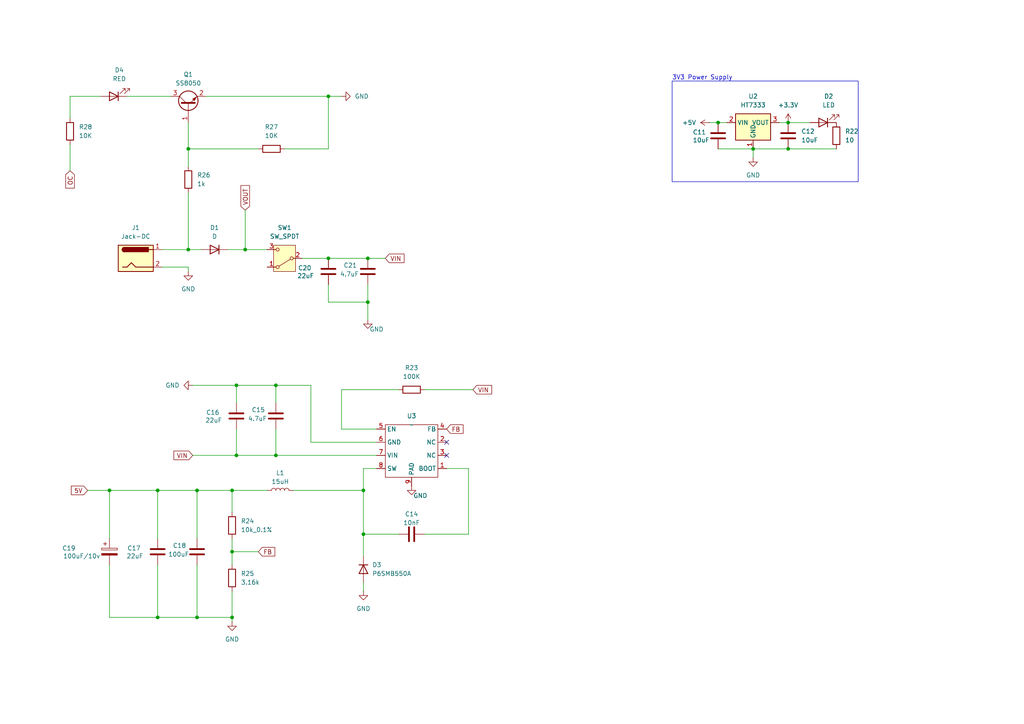
<source format=kicad_sch>
(kicad_sch (version 20250114) (generator "eeschema") (generator_version "9.0")
  (paper "A4")
  (lib_symbols
    (symbol "Connector:Jack-DC" (pin_names (offset 1.016))
      (property "Reference" "J" (at 0 5.334 0))
      (property "Value" "Jack-DC" (at 0 -5.08 0))
      (symbol "Jack-DC_0_1"
        (rectangle (start -5.08 3.81) (end 5.08 -3.81) (stroke (width 0.254)) (fill (type background)))
        (polyline (pts (xy -3.81 -2.54) (xy -2.54 -2.54) (xy -1.27 -1.27) (xy 0 -2.54) (xy 2.54 -2.54) (xy 5.08 -2.54)) (stroke (width 0.254)))
        (arc (start -3.302 1.905) (mid -3.9343 2.54) (end -3.302 3.175) (stroke (width 0.254)))
        (arc (start -3.302 1.905) (mid -3.9343 2.54) (end -3.302 3.175) (stroke (width 0.254)) (fill (type outline)))
        (rectangle (start 3.683 3.175) (end -3.302 1.905) (stroke (width 0.254)) (fill (type outline)))
        (polyline (pts (xy 5.08 2.54) (xy 3.81 2.54)) (stroke (width 0.254)))
      )
      (symbol "Jack-DC_1_1"
        (pin passive line (at 7.62 2.54 180) (length 2.54) (name "~") (number "1"))
        (pin passive line (at 7.62 -2.54 180) (length 2.54) (name "~") (number "2"))
      )
    )
    (symbol "Device:C" (pin_numbers (hide yes)) (pin_names (offset 0.254))
      (property "Reference" "C" (at 0.635 2.54 0))
      (property "Value" "C" (at 0.635 -2.54 0))
      (symbol "C_0_1"
        (polyline (pts (xy -2.032 0.762) (xy 2.032 0.762)) (stroke (width 0.508)))
        (polyline (pts (xy -2.032 -0.762) (xy 2.032 -0.762)) (stroke (width 0.508)))
      )
      (symbol "C_1_1"
        (pin passive line (at 0 3.81 270) (length 2.794) (name "~") (number "1"))
        (pin passive line (at 0 -3.81 90) (length 2.794) (name "~") (number "2"))
      )
    )
    (symbol "Device:C_Polarized" (pin_numbers (hide yes)) (pin_names (offset 0.254))
      (property "Reference" "C" (at 0.635 2.54 0))
      (property "Value" "C_Polarized" (at 0.635 -2.54 0))
      (symbol "C_Polarized_0_1"
        (rectangle (start -2.286 0.508) (end 2.286 1.016))
        (polyline (pts (xy -1.778 2.286) (xy -0.762 2.286)))
        (polyline (pts (xy -1.27 2.794) (xy -1.27 1.778)))
        (rectangle (start 2.286 -0.508) (end -2.286 -1.016) (fill (type outline)))
      )
      (symbol "C_Polarized_1_1"
        (pin passive line (at 0 3.81 270) (length 2.794) (name "~") (number "1"))
        (pin passive line (at 0 -3.81 90) (length 2.794) (name "~") (number "2"))
      )
    )
    (symbol "Device:D" (pin_numbers (hide yes)) (pin_names (offset 1.016) (hide yes))
      (property "Reference" "D" (at 0 2.54 0))
      (property "Value" "D" (at 0 -2.54 0))
      (symbol "D_0_1"
        (polyline (pts (xy -1.27 1.27) (xy -1.27 -1.27)) (stroke (width 0.254)))
        (polyline (pts (xy 1.27 1.27) (xy 1.27 -1.27) (xy -1.27 0) (xy 1.27 1.27)) (stroke (width 0.254)))
        (polyline (pts (xy 1.27 0) (xy -1.27 0)))
      )
      (symbol "D_1_1"
        (pin passive line (at -3.81 0 0) (length 2.54) (name "K") (number "1"))
        (pin passive line (at 3.81 0 180) (length 2.54) (name "A") (number "2"))
      )
    )
    (symbol "Device:L" (pin_numbers (hide yes)) (pin_names (offset 1.016) (hide yes))
      (property "Reference" "L" (at -1.27 0 90))
      (property "Value" "L" (at 1.905 0 90))
      (symbol "L_0_1"
        (arc (start 0 2.54) (mid 0.6323 1.905) (end 0 1.27))
        (arc (start 0 1.27) (mid 0.6323 0.635) (end 0 0))
        (arc (start 0 0) (mid 0.6323 -0.635) (end 0 -1.27))
        (arc (start 0 -1.27) (mid 0.6323 -1.905) (end 0 -2.54))
      )
      (symbol "L_1_1"
        (pin passive line (at 0 3.81 270) (length 1.27) (name "1") (number "1"))
        (pin passive line (at 0 -3.81 90) (length 1.27) (name "2") (number "2"))
      )
    )
    (symbol "Device:LED" (pin_numbers (hide yes)) (pin_names (offset 1.016) (hide yes))
      (property "Reference" "D" (at 0 2.54 0))
      (property "Value" "LED" (at 0 -2.54 0))
      (symbol "LED_0_1"
        (polyline (pts (xy -3.048 -0.762) (xy -4.572 -2.286) (xy -3.81 -2.286) (xy -4.572 -2.286) (xy -4.572 -1.524)))
        (polyline (pts (xy -1.778 -0.762) (xy -3.302 -2.286) (xy -2.54 -2.286) (xy -3.302 -2.286) (xy -3.302 -1.524)))
        (polyline (pts (xy -1.27 0) (xy 1.27 0)))
        (polyline (pts (xy -1.27 -1.27) (xy -1.27 1.27)) (stroke (width 0.254)))
        (polyline (pts (xy 1.27 -1.27) (xy 1.27 1.27) (xy -1.27 0) (xy 1.27 -1.27)) (stroke (width 0.254)))
      )
      (symbol "LED_1_1"
        (pin passive line (at -3.81 0 0) (length 2.54) (name "K") (number "1"))
        (pin passive line (at 3.81 0 180) (length 2.54) (name "A") (number "2"))
      )
    )
    (symbol "Device:R" (pin_numbers (hide yes)) (pin_names (offset 0))
      (property "Reference" "R" (at 2.032 0 90))
      (property "Value" "R" (at 0 0 90))
      (symbol "R_0_1"
        (rectangle (start -1.016 -2.54) (end 1.016 2.54) (stroke (width 0.254)))
      )
      (symbol "R_1_1"
        (pin passive line (at 0 3.81 270) (length 1.27) (name "~") (number "1"))
        (pin passive line (at 0 -3.81 90) (length 1.27) (name "~") (number "2"))
      )
    )
    (symbol "Regulator_Linear:HT75xx-1-SOT89"
      (property "Reference" "U" (at -5.08 -3.81 0))
      (property "Value" "HT75xx-1-SOT89" (at 0 6.35 0))
      (symbol "HT75xx-1-SOT89_0_1"
        (rectangle (start -5.08 5.08) (end 5.08 -2.54) (stroke (width 0.254)) (fill (type background)))
      )
      (symbol "HT75xx-1-SOT89_1_1"
        (pin power_in line (at -7.62 2.54 0) (length 2.54) (name "VIN") (number "2"))
        (pin power_in line (at 0 -5.08 90) (length 2.54) (name "GND") (number "1"))
        (pin power_out line (at 7.62 2.54 180) (length 2.54) (name "VOUT") (number "3"))
      )
    )
    (symbol "Switch:SW_SPDT" (pin_names (offset 0) (hide yes))
      (property "Reference" "SW" (at 0 5.08 0))
      (property "Value" "SW_SPDT" (at 0 -5.08 0))
      (symbol "SW_SPDT_0_1"
        (circle (center -2.032 0) (radius 0.4572))
        (polyline (pts (xy -1.651 0.254) (xy 1.651 2.286)))
        (circle (center 2.032 2.54) (radius 0.4572))
        (circle (center 2.032 -2.54) (radius 0.4572))
      )
      (symbol "SW_SPDT_1_1"
        (rectangle (start -3.175 3.81) (end 3.175 -3.81) (fill (type background)))
        (pin passive line (at -5.08 0 0) (length 2.54) (name "B") (number "2"))
        (pin passive line (at 5.08 2.54 180) (length 2.54) (name "A") (number "1"))
        (pin passive line (at 5.08 -2.54 180) (length 2.54) (name "C") (number "3"))
      )
    )
    (symbol "Transistor_BJT:SS8050" (pin_names (offset 0) (hide yes))
      (property "Reference" "Q" (at 5.08 1.905 0))
      (property "Value" "SS8050" (at 5.08 0 0))
      (symbol "SS8050_0_1"
        (polyline (pts (xy -2.54 0) (xy 0.635 0)))
        (polyline (pts (xy 0.635 1.905) (xy 0.635 -1.905)) (stroke (width 0.508)))
        (circle (center 1.27 0) (radius 2.8194) (stroke (width 0.254)))
      )
      (symbol "SS8050_1_1"
        (polyline (pts (xy 0.635 0.635) (xy 2.54 2.54)))
        (polyline (pts (xy 0.635 -0.635) (xy 2.54 -2.54)))
        (polyline (pts (xy 1.27 -1.778) (xy 1.778 -1.27) (xy 2.286 -2.286) (xy 1.27 -1.778)) (fill (type outline)))
        (pin input line (at -5.08 0 0) (length 2.54) (name "B") (number "1"))
        (pin passive line (at 2.54 5.08 270) (length 2.54) (name "C") (number "3"))
        (pin passive line (at 2.54 -5.08 90) (length 2.54) (name "E") (number "2"))
      )
    )
    (symbol "power:+3.3V" (power) (pin_numbers (hide yes)) (pin_names (offset 0) (hide yes))
      (property "Value" "+3.3V" (at 0 3.556 0))
      (symbol "+3.3V_0_1"
        (polyline (pts (xy -0.762 1.27) (xy 0 2.54)))
        (polyline (pts (xy 0 2.54) (xy 0.762 1.27)))
        (polyline (pts (xy 0 0) (xy 0 2.54)))
      )
      (symbol "+3.3V_1_1"
        (pin power_in line (at 0 0 90) (length 0) (name "~") (number "1"))
      )
    )
    (symbol "power:+5V" (power) (pin_numbers (hide yes)) (pin_names (offset 0) (hide yes))
      (property "Value" "+5V" (at 0 3.556 0))
      (symbol "+5V_0_1"
        (polyline (pts (xy -0.762 1.27) (xy 0 2.54)))
        (polyline (pts (xy 0 2.54) (xy 0.762 1.27)))
        (polyline (pts (xy 0 0) (xy 0 2.54)))
      )
      (symbol "+5V_1_1"
        (pin power_in line (at 0 0 90) (length 0) (name "~") (number "1"))
      )
    )
    (symbol "power:GND" (power) (pin_numbers (hide yes)) (pin_names (offset 0) (hide yes))
      (property "Value" "GND" (at 0 -3.81 0))
      (symbol "GND_0_1"
        (polyline (pts (xy 0 0) (xy 0 -1.27) (xy 1.27 -1.27) (xy 0 -2.54) (xy -1.27 -1.27) (xy 0 -1.27)))
      )
      (symbol "GND_1_1"
        (pin power_in line (at 0 0 270) (length 0) (name "~") (number "1"))
      )
    )
    (symbol "pro_lib:RT8289GSP"
      (property "Reference" "U3" (at 0 10.16 0))
      (property "Value" "~" (at 0 7.62 0))
      (symbol "RT8289GSP_0_1"
        (rectangle (start -7.62 7.62) (end 7.62 -7.62))
      )
      (symbol "RT8289GSP_1_1"
        (pin bidirectional line (at -10.16 6.35 0) (length 2.54) (name "EN") (number "5"))
        (pin bidirectional line (at -10.16 2.54 0) (length 2.54) (name "GND") (number "6"))
        (pin bidirectional line (at -10.16 -1.27 0) (length 2.54) (name "VIN") (number "7"))
        (pin bidirectional line (at -10.16 -5.08 0) (length 2.54) (name "SW") (number "8"))
        (pin passive line (at 0 -10.16 90) (length 2.54) (name "PAD") (number "9"))
        (pin passive line (at 10.16 6.35 180) (length 2.54) (name "FB") (number "4"))
        (pin bidirectional line (at 10.16 2.54 180) (length 2.54) (name "NC") (number "2"))
        (pin bidirectional line (at 10.16 -1.27 180) (length 2.54) (name "NC") (number "3"))
        (pin bidirectional line (at 10.16 -5.08 180) (length 2.54) (name "BOOT") (number "1"))
      )
    )
  )
  (rectangle (start 194.945 23.495) (end 248.92 52.705))
  (text "3V3 Power Supply\n" (at 203.708 22.606 0) (effects (font (size 1.27 1.27))))
  (junction (at 228.6 43.18))
  (junction (at 80.01 132.08))
  (junction (at 105.41 142.24))
  (junction (at 228.6 35.56))
  (junction (at 71.12 72.39))
  (junction (at 80.01 111.76))
  (junction (at 218.44 43.18))
  (junction (at 208.28 35.56))
  (junction (at 45.72 142.24))
  (junction (at 95.25 74.93))
  (junction (at 67.31 179.07))
  (junction (at 68.58 111.76))
  (junction (at 67.31 160.02))
  (junction (at 67.31 142.24))
  (junction (at 54.61 43.18))
  (junction (at 45.72 179.07))
  (junction (at 68.58 132.08))
  (junction (at 106.68 74.93))
  (junction (at 95.25 27.94))
  (junction (at 54.61 72.39))
  (junction (at 57.15 179.07))
  (junction (at 106.68 87.63))
  (junction (at 57.15 142.24))
  (junction (at 105.41 154.94))
  (junction (at 31.75 142.24))
  (no_connect (at 129.54 132.08))
  (no_connect (at 129.54 128.27))
  (wire (pts (xy 54.61 35.56) (xy 54.61 43.18)))
  (wire (pts (xy 55.88 111.76) (xy 68.58 111.76)))
  (wire (pts (xy 242.57 43.18) (xy 228.6 43.18)))
  (wire (pts (xy 95.25 27.94) (xy 99.06 27.94)))
  (wire (pts (xy 95.25 74.93) (xy 106.68 74.93)))
  (wire (pts (xy 57.15 163.83) (xy 57.15 179.07)))
  (wire (pts (xy 71.12 72.39) (xy 66.04 72.39)))
  (wire (pts (xy 105.41 171.45) (xy 105.41 168.91)))
  (wire (pts (xy 68.58 124.46) (xy 68.58 132.08)))
  (wire (pts (xy 20.32 27.94) (xy 20.32 34.29)))
  (wire (pts (xy 36.83 27.94) (xy 49.53 27.94)))
  (wire (pts (xy 135.89 135.89) (xy 129.54 135.89)))
  (wire (pts (xy 45.72 163.83) (xy 45.72 179.07)))
  (wire (pts (xy 80.01 111.76) (xy 80.01 116.84)))
  (wire (pts (xy 87.63 74.93) (xy 95.25 74.93)))
  (wire (pts (xy 68.58 111.76) (xy 68.58 116.84)))
  (wire (pts (xy 226.06 35.56) (xy 228.6 35.56)))
  (wire (pts (xy 67.31 142.24) (xy 77.47 142.24)))
  (wire (pts (xy 218.44 45.72) (xy 218.44 43.18)))
  (wire (pts (xy 67.31 160.02) (xy 74.93 160.02)))
  (wire (pts (xy 57.15 142.24) (xy 57.15 156.21)))
  (wire (pts (xy 71.12 60.96) (xy 71.12 72.39)))
  (wire (pts (xy 29.21 27.94) (xy 20.32 27.94)))
  (wire (pts (xy 77.47 72.39) (xy 71.12 72.39)))
  (wire (pts (xy 95.25 82.55) (xy 95.25 87.63)))
  (wire (pts (xy 31.75 142.24) (xy 45.72 142.24)))
  (wire (pts (xy 46.99 72.39) (xy 54.61 72.39)))
  (wire (pts (xy 95.25 43.18) (xy 95.25 27.94)))
  (wire (pts (xy 95.25 27.94) (xy 59.69 27.94)))
  (wire (pts (xy 106.68 87.63) (xy 106.68 92.71)))
  (wire (pts (xy 80.01 111.76) (xy 90.17 111.76)))
  (wire (pts (xy 45.72 142.24) (xy 57.15 142.24)))
  (wire (pts (xy 105.41 142.24) (xy 105.41 154.94)))
  (wire (pts (xy 31.75 163.83) (xy 31.75 179.07)))
  (wire (pts (xy 68.58 111.76) (xy 80.01 111.76)))
  (wire (pts (xy 105.41 135.89) (xy 109.22 135.89)))
  (wire (pts (xy 208.28 43.18) (xy 218.44 43.18)))
  (wire (pts (xy 106.68 74.93) (xy 111.76 74.93)))
  (wire (pts (xy 99.06 124.46) (xy 109.22 124.46)))
  (wire (pts (xy 123.19 113.03) (xy 137.16 113.03)))
  (wire (pts (xy 109.22 128.27) (xy 90.17 128.27)))
  (wire (pts (xy 208.28 35.56) (xy 210.82 35.56)))
  (wire (pts (xy 82.55 43.18) (xy 95.25 43.18)))
  (wire (pts (xy 54.61 55.88) (xy 54.61 72.39)))
  (wire (pts (xy 80.01 132.08) (xy 109.22 132.08)))
  (wire (pts (xy 105.41 154.94) (xy 115.57 154.94)))
  (wire (pts (xy 54.61 77.47) (xy 54.61 78.74)))
  (wire (pts (xy 54.61 72.39) (xy 58.42 72.39)))
  (wire (pts (xy 205.74 35.56) (xy 208.28 35.56)))
  (wire (pts (xy 45.72 142.24) (xy 45.72 156.21)))
  (wire (pts (xy 25.4 142.24) (xy 31.75 142.24)))
  (wire (pts (xy 54.61 43.18) (xy 74.93 43.18)))
  (wire (pts (xy 67.31 171.45) (xy 67.31 179.07)))
  (wire (pts (xy 20.32 41.91) (xy 20.32 49.53)))
  (wire (pts (xy 54.61 43.18) (xy 54.61 48.26)))
  (wire (pts (xy 45.72 179.07) (xy 57.15 179.07)))
  (wire (pts (xy 106.68 87.63) (xy 106.68 82.55)))
  (wire (pts (xy 105.41 135.89) (xy 105.41 142.24)))
  (wire (pts (xy 31.75 142.24) (xy 31.75 156.21)))
  (wire (pts (xy 67.31 142.24) (xy 67.31 148.59)))
  (wire (pts (xy 68.58 132.08) (xy 80.01 132.08)))
  (wire (pts (xy 228.6 35.56) (xy 234.95 35.56)))
  (wire (pts (xy 135.89 154.94) (xy 135.89 135.89)))
  (wire (pts (xy 67.31 180.34) (xy 67.31 179.07)))
  (wire (pts (xy 55.88 132.08) (xy 68.58 132.08)))
  (wire (pts (xy 80.01 124.46) (xy 80.01 132.08)))
  (wire (pts (xy 123.19 154.94) (xy 135.89 154.94)))
  (wire (pts (xy 67.31 156.21) (xy 67.31 160.02)))
  (wire (pts (xy 85.09 142.24) (xy 105.41 142.24)))
  (wire (pts (xy 67.31 160.02) (xy 67.31 163.83)))
  (wire (pts (xy 46.99 77.47) (xy 54.61 77.47)))
  (wire (pts (xy 90.17 128.27) (xy 90.17 111.76)))
  (wire (pts (xy 95.25 87.63) (xy 106.68 87.63)))
  (wire (pts (xy 99.06 124.46) (xy 99.06 113.03)))
  (wire (pts (xy 57.15 142.24) (xy 67.31 142.24)))
  (wire (pts (xy 99.06 113.03) (xy 115.57 113.03)))
  (wire (pts (xy 218.44 43.18) (xy 228.6 43.18)))
  (wire (pts (xy 105.41 154.94) (xy 105.41 161.29)))
  (wire (pts (xy 57.15 179.07) (xy 67.31 179.07)))
  (wire (pts (xy 31.75 179.07) (xy 45.72 179.07)))
  (global_label "VIN" (shape input) (at 55.88 132.08 180) (property "Intersheetrefs" "${INTERSHEET_REFS}" (effects (hide yes))))
  (global_label "5V" (shape input) (at 25.4 142.24 180) (property "Intersheetrefs" "${INTERSHEET_REFS}" (effects (hide yes))))
  (global_label "VIN" (shape input) (at 137.16 113.03 0) (property "Intersheetrefs" "${INTERSHEET_REFS}" (effects (hide yes))))
  (global_label "FB" (shape input) (at 74.93 160.02 0) (property "Intersheetrefs" "${INTERSHEET_REFS}" (effects (hide yes))))
  (global_label "VOUT" (shape input) (at 71.12 60.96 90) (property "Intersheetrefs" "${INTERSHEET_REFS}" (effects (hide yes))))
  (global_label "VIN" (shape input) (at 111.76 74.93 0) (property "Intersheetrefs" "${INTERSHEET_REFS}" (effects (hide yes))))
  (global_label "FB" (shape input) (at 129.54 124.46 0) (property "Intersheetrefs" "${INTERSHEET_REFS}" (effects (hide yes))))
  (global_label "OC" (shape input) (at 20.32 49.53 270) (property "Intersheetrefs" "${INTERSHEET_REFS}" (effects (hide yes))))
  (symbol (lib_id "Device:C") (at 228.6 39.37 0) (unit 1)
    (property "Reference" "C12" (at 232.41 38.0999 0) (effects (justify left)))
    (property "Value" "10uF" (at 232.41 40.6399 0) (effects (justify left)))
    (property "Footprint" "Capacitor_SMD:C_0805_2012Metric" (effects (hide yes)))
    (property "Description" "Unpolarized capacitor" (effects (hide yes)))
  )
  (symbol (lib_id "Device:C") (at 68.58 120.65 180) (unit 1)
    (property "Reference" "C16" (at 61.722 119.634 0))
    (property "Value" "22uF" (at 61.976 121.92 0))
    (property "Description" "Unpolarized capacitor" (effects (hide yes)))
  )
  (symbol (lib_id "Device:L") (at 81.28 142.24 90) (unit 1)
    (property "Reference" "L1" (at 81.28 137.16 90))
    (property "Value" "15uH" (at 81.28 139.7 90))
    (property "Description" "Inductor" (effects (hide yes)))
  )
  (symbol (lib_id "Device:R") (at 242.57 39.37 0) (unit 1)
    (property "Reference" "R22" (at 245.11 38.0999 0) (effects (justify left)))
    (property "Value" "10" (at 245.11 40.6399 0) (effects (justify left)))
    (property "Footprint" "Resistor_SMD:R_0805_2012Metric" (effects (hide yes)))
    (property "Description" "Resistor" (effects (hide yes)))
  )
  (symbol (lib_id "Device:R") (at 54.61 52.07 0) (unit 1)
    (property "Reference" "R26" (at 57.15 50.7999 0) (effects (justify left)))
    (property "Value" "1k" (at 57.15 53.3399 0) (effects (justify left)))
    (property "Description" "Resistor" (effects (hide yes)))
  )
  (symbol (lib_id "Device:C") (at 119.38 154.94 90) (unit 1)
    (property "Reference" "C14" (at 119.38 149.098 90))
    (property "Value" "10nF" (at 119.38 151.638 90))
    (property "Description" "Unpolarized capacitor" (effects (hide yes)))
  )
  (symbol (lib_id "power:GND") (at 105.41 171.45 0) (unit 1)
    (property "Reference" "#PWR025" (effects (hide yes)))
    (property "Value" "GND" (at 105.41 176.53 0))
    (property "Description" "Power symbol creates a global label with name \"GND\" , ground" (effects (hide yes)))
  )
  (symbol (lib_id "Device:C") (at 45.72 160.02 180) (unit 1)
    (property "Reference" "C17" (at 38.862 159.004 0))
    (property "Value" "22uF" (at 39.116 161.29 0))
    (property "Description" "Unpolarized capacitor" (effects (hide yes)))
  )
  (symbol (lib_id "Device:C") (at 57.15 160.02 180) (unit 1)
    (property "Reference" "C18" (at 52.07 158.242 0))
    (property "Value" "100uF" (at 51.816 160.782 0))
    (property "Description" "Unpolarized capacitor" (effects (hide yes)))
  )
  (symbol (lib_id "Device:D") (at 105.41 165.1 270) (unit 1)
    (property "Reference" "D3" (at 107.95 163.8299 90) (effects (justify left)))
    (property "Value" "P6SMB550A" (at 107.95 166.3699 90) (effects (justify left)))
    (property "Description" "Diode" (effects (hide yes)))
    (property "Sim.Device" "D" (effects (hide yes)))
    (property "Sim.Pins" "1=K 2=A" (effects (hide yes)))
  )
  (symbol (lib_id "power:GND") (at 106.68 92.71 0) (unit 1)
    (property "Reference" "#PWR026" (effects (hide yes)))
    (property "Value" "GND" (at 109.22 95.504 0))
    (property "Description" "Power symbol creates a global label with name \"GND\" , ground" (effects (hide yes)))
  )
  (symbol (lib_id "Device:C") (at 106.68 78.74 180) (unit 1)
    (property "Reference" "C21" (at 101.6 76.962 0))
    (property "Value" "4.7uF" (at 101.346 79.502 0))
    (property "Description" "Unpolarized capacitor" (effects (hide yes)))
  )
  (symbol (lib_id "Switch:SW_SPDT") (at 82.55 74.93 180) (unit 1)
    (property "Reference" "SW1" (at 82.55 66.04 0))
    (property "Value" "SW_SPDT" (at 82.55 68.58 0))
    (property "Description" "Switch, single pole double throw" (effects (hide yes)))
  )
  (symbol (lib_id "power:GND") (at 54.61 78.74 0) (unit 1)
    (property "Reference" "#PWR015" (effects (hide yes)))
    (property "Value" "GND" (at 54.61 83.82 0))
    (property "Description" "Power symbol creates a global label with name \"GND\" , ground" (effects (hide yes)))
  )
  (symbol (lib_id "Device:C") (at 95.25 78.74 180) (unit 1)
    (property "Reference" "C20" (at 88.392 77.724 0))
    (property "Value" "22uF" (at 88.646 80.01 0))
    (property "Description" "Unpolarized capacitor" (effects (hide yes)))
  )
  (symbol (lib_id "Device:C") (at 208.28 39.37 0) (unit 1)
    (property "Reference" "C11" (at 200.914 38.354 0) (effects (justify left)))
    (property "Value" "10uF" (at 200.914 40.64 0) (effects (justify left)))
    (property "Footprint" "Capacitor_SMD:C_0805_2012Metric" (effects (hide yes)))
    (property "Description" "Unpolarized capacitor" (effects (hide yes)))
  )
  (symbol (lib_id "Device:R") (at 78.74 43.18 90) (unit 1)
    (property "Reference" "R27" (at 78.74 36.83 90))
    (property "Value" "10K" (at 78.74 39.37 90))
    (property "Description" "Resistor" (effects (hide yes)))
  )
  (symbol (lib_id "Regulator_Linear:HT75xx-1-SOT89") (at 218.44 38.1 0) (unit 1)
    (property "Reference" "U2" (at 218.44 27.94 0))
    (property "Value" "HT7333" (at 218.44 30.48 0))
    (property "Footprint" "Package_TO_SOT_SMD:SOT-89-3" (effects (hide yes)))
    (property "Datasheet" "https://www.holtek.com/documents/10179/116711/HT75xx-1v250.pdf" (effects (hide yes)))
    (property "Description" "100mA Low Dropout Voltage Regulator, Fixed Output, SOT89" (effects (hide yes)))
  )
  (symbol (lib_id "power:GND") (at 55.88 111.76 270) (unit 1)
    (property "Reference" "#PWR021" (effects (hide yes)))
    (property "Value" "GND" (at 52.07 111.7599 90) (effects (justify right)))
    (property "Description" "Power symbol creates a global label with name \"GND\" , ground" (effects (hide yes)))
  )
  (symbol (lib_id "Device:R") (at 67.31 167.64 0) (unit 1)
    (property "Reference" "R25" (at 69.85 166.3699 0) (effects (justify left)))
    (property "Value" "3.16k" (at 69.85 168.9099 0) (effects (justify left)))
    (property "Description" "Resistor" (effects (hide yes)))
  )
  (symbol (lib_id "Connector:Jack-DC") (at 39.37 74.93 0) (unit 1)
    (property "Reference" "J1" (at 39.37 66.04 0))
    (property "Value" "Jack-DC" (at 39.37 68.58 0))
    (property "Description" "DC Barrel Jack" (effects (hide yes)))
  )
  (symbol (lib_id "power:+3.3V") (at 228.6 35.56 0) (unit 1)
    (property "Reference" "#PWR020" (effects (hide yes)))
    (property "Value" "+3.3V" (at 228.6 30.48 0))
    (property "Description" "Power symbol creates a global label with name \"+3.3V\"" (effects (hide yes)))
  )
  (symbol (lib_id "Device:LED") (at 33.02 27.94 180) (unit 1)
    (property "Reference" "D4" (at 34.6075 20.32 0))
    (property "Value" "RED" (at 34.6075 22.86 0))
    (property "Description" "Light emitting diode" (effects (hide yes)))
    (property "Sim.Pins" "1=K 2=A" (effects (hide yes)))
  )
  (symbol (lib_id "power:GND") (at 218.44 45.72 0) (unit 1)
    (property "Reference" "#PWR019" (effects (hide yes)))
    (property "Value" "GND" (at 218.44 50.8 0))
    (property "Description" "Power symbol creates a global label with name \"GND\" , ground" (effects (hide yes)))
  )
  (symbol (lib_id "Device:R") (at 67.31 152.4 0) (unit 1)
    (property "Reference" "R24" (at 69.85 151.1299 0) (effects (justify left)))
    (property "Value" "10k_0.1%" (at 69.85 153.6699 0) (effects (justify left)))
    (property "Description" "Resistor" (effects (hide yes)))
  )
  (symbol (lib_id "power:GND") (at 99.06 27.94 90) (unit 1)
    (property "Reference" "#PWR028" (effects (hide yes)))
    (property "Value" "GND" (at 102.87 27.9399 90) (effects (justify right)))
    (property "Description" "Power symbol creates a global label with name \"GND\" , ground" (effects (hide yes)))
  )
  (symbol (lib_id "Device:D") (at 62.23 72.39 180) (unit 1)
    (property "Reference" "D1" (at 62.23 66.04 0))
    (property "Value" "D" (at 62.23 68.58 0))
    (property "Footprint" "Diode_SMD:D_0805_2012Metric_Pad1.15x1.40mm_HandSolder" (effects (hide yes)))
    (property "Description" "Diode" (effects (hide yes)))
    (property "Sim.Device" "D" (effects (hide yes)))
    (property "Sim.Pins" "1=K 2=A" (effects (hide yes)))
  )
  (symbol (lib_id "Device:R") (at 119.38 113.03 270) (unit 1)
    (property "Reference" "R23" (at 119.38 106.68 90))
    (property "Value" "100K" (at 119.38 109.22 90))
    (property "Description" "Resistor" (effects (hide yes)))
  )
  (symbol (lib_id "power:+5V") (at 205.74 35.56 90) (unit 1)
    (property "Reference" "#PWR017" (effects (hide yes)))
    (property "Value" "+5V" (at 201.93 35.5599 90) (effects (justify left)))
    (property "Description" "Power symbol creates a global label with name \"+5V\"" (effects (hide yes)))
  )
  (symbol (lib_id "Transistor_BJT:SS8050") (at 54.61 30.48 90) (unit 1)
    (property "Reference" "Q1" (at 54.61 21.59 90))
    (property "Value" "SS8050" (at 54.61 24.13 90))
    (property "Footprint" "Package_TO_SOT_SMD:SOT-23" (effects (hide yes)))
    (property "Datasheet" "http://www.secosgmbh.com/datasheet/products/SSMPTransistor/SOT-23/SS8050.pdf" (effects (hide yes)))
    (property "Description" "General Purpose NPN Transistor, 1.5A Ic, 25V Vce, SOT-23" (effects (hide yes)))
  )
  (symbol (lib_id "pro_lib:RT8289GSP") (at 119.38 130.81 0) (unit 1)
    (property "Reference" "U3" (at 119.38 120.65 0))
    (property "Value" "~" (at 119.38 123.19 0))
    (property "Footprint" "pro_lib:RT8289GSP" (effects (hide yes)))
  )
  (symbol (lib_id "Device:C_Polarized") (at 31.75 160.02 0) (unit 1)
    (property "Reference" "C19" (at 18.034 159.004 0) (effects (justify left)))
    (property "Value" "100uF/10v" (at 18.288 161.29 0) (effects (justify left)))
    (property "Description" "Polarized capacitor" (effects (hide yes)))
  )
  (symbol (lib_id "Device:R") (at 20.32 38.1 0) (unit 1)
    (property "Reference" "R28" (at 22.86 36.8299 0) (effects (justify left)))
    (property "Value" "10K" (at 22.86 39.3699 0) (effects (justify left)))
    (property "Description" "Resistor" (effects (hide yes)))
  )
  (symbol (lib_id "Device:C") (at 80.01 120.65 180) (unit 1)
    (property "Reference" "C15" (at 74.93 118.872 0))
    (property "Value" "4.7uF" (at 74.676 121.412 0))
    (property "Description" "Unpolarized capacitor" (effects (hide yes)))
  )
  (symbol (lib_id "Device:LED") (at 238.76 35.56 180) (unit 1)
    (property "Reference" "D2" (at 240.3475 27.94 0))
    (property "Value" "LED" (at 240.3475 30.48 0))
    (property "Footprint" "LED_SMD:LED_0805_2012Metric" (effects (hide yes)))
    (property "Description" "Light emitting diode" (effects (hide yes)))
    (property "Sim.Pins" "1=K 2=A" (effects (hide yes)))
  )
  (symbol (lib_id "power:GND") (at 67.31 180.34 0) (unit 1)
    (property "Reference" "#PWR024" (effects (hide yes)))
    (property "Value" "GND" (at 67.31 185.42 0))
    (property "Description" "Power symbol creates a global label with name \"GND\" , ground" (effects (hide yes)))
  )
  (symbol (lib_id "power:GND") (at 119.38 140.97 0) (unit 1)
    (property "Reference" "#PWR018" (effects (hide yes)))
    (property "Value" "GND" (at 121.92 143.764 0))
    (property "Description" "Power symbol creates a global label with name \"GND\" , ground" (effects (hide yes)))
  )
)
</source>
